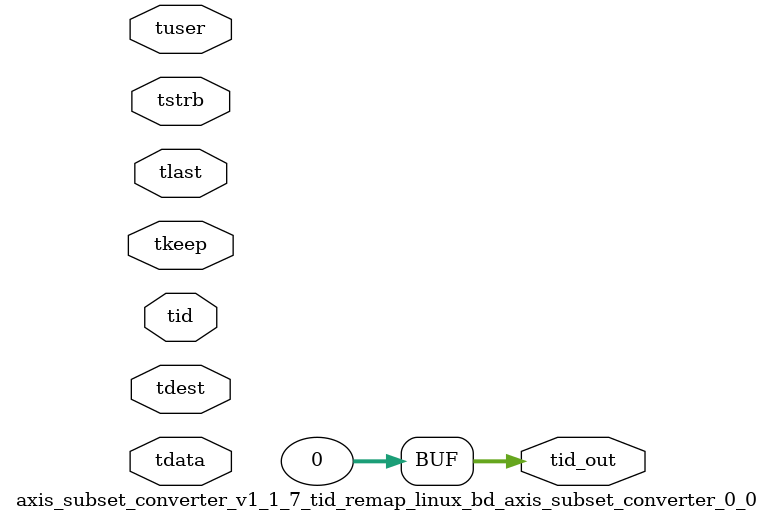
<source format=v>


`timescale 1ps/1ps

module axis_subset_converter_v1_1_7_tid_remap_linux_bd_axis_subset_converter_0_0 #
(
parameter C_S_AXIS_TID_WIDTH   = 1,
parameter C_S_AXIS_TUSER_WIDTH = 0,
parameter C_S_AXIS_TDATA_WIDTH = 0,
parameter C_S_AXIS_TDEST_WIDTH = 0,
parameter C_M_AXIS_TID_WIDTH   = 32
)
(
input  [(C_S_AXIS_TID_WIDTH   == 0 ? 1 : C_S_AXIS_TID_WIDTH)-1:0       ] tid,
input  [(C_S_AXIS_TDATA_WIDTH == 0 ? 1 : C_S_AXIS_TDATA_WIDTH)-1:0     ] tdata,
input  [(C_S_AXIS_TUSER_WIDTH == 0 ? 1 : C_S_AXIS_TUSER_WIDTH)-1:0     ] tuser,
input  [(C_S_AXIS_TDEST_WIDTH == 0 ? 1 : C_S_AXIS_TDEST_WIDTH)-1:0     ] tdest,
input  [(C_S_AXIS_TDATA_WIDTH/8)-1:0 ] tkeep,
input  [(C_S_AXIS_TDATA_WIDTH/8)-1:0 ] tstrb,
input                                                                    tlast,
output [(C_M_AXIS_TID_WIDTH   == 0 ? 1 : C_M_AXIS_TID_WIDTH)-1:0       ] tid_out
);

assign tid_out = {1'b0};

endmodule


</source>
